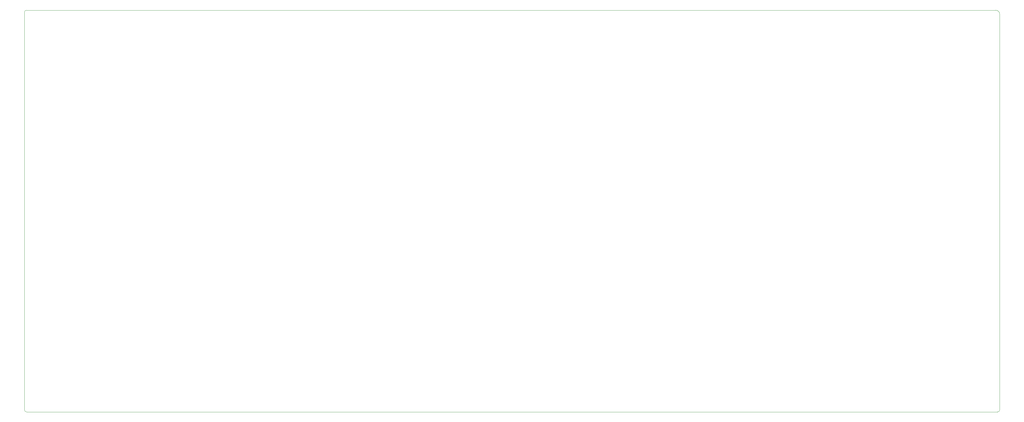
<source format=gbr>
G04 #@! TF.GenerationSoftware,KiCad,Pcbnew,5.1.5-52549c5~84~ubuntu18.04.1*
G04 #@! TF.CreationDate,2020-03-23T20:00:11-05:00*
G04 #@! TF.ProjectId,keyboard-cherry-mx-pcb-mounted,6b657962-6f61-4726-942d-636865727279,rev?*
G04 #@! TF.SameCoordinates,Original*
G04 #@! TF.FileFunction,Profile,NP*
%FSLAX46Y46*%
G04 Gerber Fmt 4.6, Leading zero omitted, Abs format (unit mm)*
G04 Created by KiCad (PCBNEW 5.1.5-52549c5~84~ubuntu18.04.1) date 2020-03-23 20:00:11*
%MOMM*%
%LPD*%
G04 APERTURE LIST*
%ADD10C,0.050000*%
G04 APERTURE END LIST*
D10*
X318135000Y-168275000D02*
G75*
G02X317500000Y-168910000I-635000J0D01*
G01*
X13970000Y-168910000D02*
G75*
G02X13335000Y-168275000I0J635000D01*
G01*
X13335000Y-43815000D02*
G75*
G02X13970000Y-43180000I635000J0D01*
G01*
X316865000Y-43180000D02*
G75*
G02X318135000Y-44450000I0J-1270000D01*
G01*
X13335000Y-168275000D02*
X13335000Y-43815000D01*
X317500000Y-168910000D02*
X13970000Y-168910000D01*
X318135000Y-44450000D02*
X318135000Y-168275000D01*
X13970000Y-43180000D02*
X316865000Y-43180000D01*
M02*

</source>
